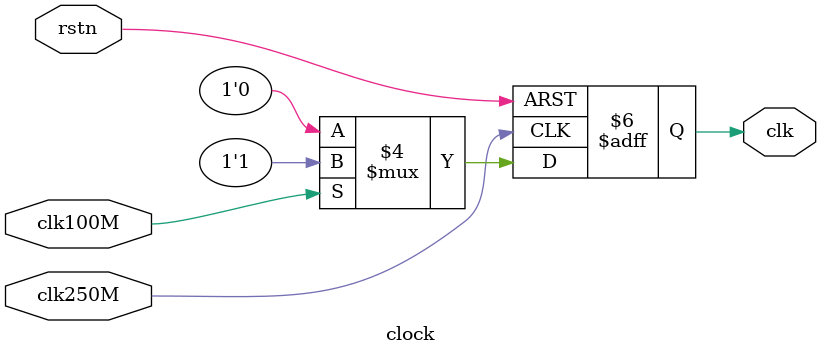
<source format=v>
module clock
(
  input clk100M,
  input clk250M,
  input rstn,
  output reg clk
);

always @ (posedge clk250M or negedge rstn) begin
  if(!rstn)
    clk <= 0;
  else if(clk100M)
    clk <= 1;
  else
    clk <= 0;
end

endmodule
</source>
